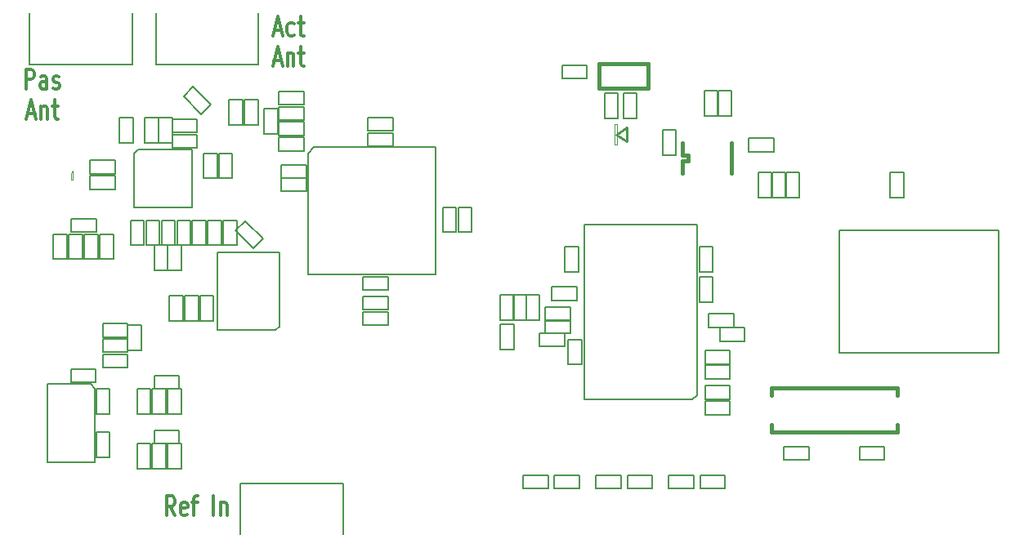
<source format=gto>
G04 (created by PCBNEW (2013-jul-07)-stable) date Пт. 06 марта 2015 16:18:19*
%MOIN*%
G04 Gerber Fmt 3.4, Leading zero omitted, Abs format*
%FSLAX34Y34*%
G01*
G70*
G90*
G04 APERTURE LIST*
%ADD10C,0.00393701*%
%ADD11C,0.012*%
%ADD12C,0.015*%
%ADD13C,0.0026*%
%ADD14C,0.01*%
%ADD15C,0.008*%
%ADD16C,0.0019685*%
%ADD17C,0.00590551*%
G04 APERTURE END LIST*
G54D10*
G54D11*
X45177Y-42351D02*
X44977Y-41970D01*
X44834Y-42351D02*
X44834Y-41551D01*
X45062Y-41551D01*
X45120Y-41589D01*
X45148Y-41627D01*
X45177Y-41703D01*
X45177Y-41818D01*
X45148Y-41894D01*
X45120Y-41932D01*
X45062Y-41970D01*
X44834Y-41970D01*
X45662Y-42313D02*
X45605Y-42351D01*
X45491Y-42351D01*
X45434Y-42313D01*
X45405Y-42237D01*
X45405Y-41932D01*
X45434Y-41856D01*
X45491Y-41818D01*
X45605Y-41818D01*
X45662Y-41856D01*
X45691Y-41932D01*
X45691Y-42008D01*
X45405Y-42084D01*
X45862Y-41818D02*
X46091Y-41818D01*
X45948Y-42351D02*
X45948Y-41665D01*
X45977Y-41589D01*
X46034Y-41551D01*
X46091Y-41551D01*
X46748Y-42351D02*
X46748Y-41551D01*
X47034Y-41818D02*
X47034Y-42351D01*
X47034Y-41894D02*
X47062Y-41856D01*
X47120Y-41818D01*
X47205Y-41818D01*
X47262Y-41856D01*
X47291Y-41932D01*
X47291Y-42351D01*
X49231Y-22536D02*
X49517Y-22536D01*
X49174Y-22764D02*
X49374Y-21964D01*
X49574Y-22764D01*
X50031Y-22726D02*
X49974Y-22764D01*
X49860Y-22764D01*
X49803Y-22726D01*
X49774Y-22688D01*
X49746Y-22612D01*
X49746Y-22383D01*
X49774Y-22307D01*
X49803Y-22269D01*
X49860Y-22231D01*
X49974Y-22231D01*
X50031Y-22269D01*
X50203Y-22231D02*
X50431Y-22231D01*
X50288Y-21964D02*
X50288Y-22650D01*
X50317Y-22726D01*
X50374Y-22764D01*
X50431Y-22764D01*
X49217Y-23776D02*
X49503Y-23776D01*
X49160Y-24004D02*
X49360Y-23204D01*
X49560Y-24004D01*
X49760Y-23471D02*
X49760Y-24004D01*
X49760Y-23547D02*
X49788Y-23509D01*
X49846Y-23471D01*
X49931Y-23471D01*
X49988Y-23509D01*
X50017Y-23585D01*
X50017Y-24004D01*
X50217Y-23471D02*
X50446Y-23471D01*
X50303Y-23204D02*
X50303Y-23890D01*
X50331Y-23966D01*
X50388Y-24004D01*
X50446Y-24004D01*
X39092Y-24930D02*
X39092Y-24130D01*
X39320Y-24130D01*
X39378Y-24168D01*
X39406Y-24206D01*
X39435Y-24282D01*
X39435Y-24396D01*
X39406Y-24472D01*
X39378Y-24511D01*
X39320Y-24549D01*
X39092Y-24549D01*
X39949Y-24930D02*
X39949Y-24511D01*
X39920Y-24434D01*
X39863Y-24396D01*
X39749Y-24396D01*
X39692Y-24434D01*
X39949Y-24892D02*
X39892Y-24930D01*
X39749Y-24930D01*
X39692Y-24892D01*
X39663Y-24815D01*
X39663Y-24739D01*
X39692Y-24663D01*
X39749Y-24625D01*
X39892Y-24625D01*
X39949Y-24587D01*
X40206Y-24892D02*
X40263Y-24930D01*
X40378Y-24930D01*
X40435Y-24892D01*
X40463Y-24815D01*
X40463Y-24777D01*
X40435Y-24701D01*
X40378Y-24663D01*
X40292Y-24663D01*
X40235Y-24625D01*
X40206Y-24549D01*
X40206Y-24511D01*
X40235Y-24434D01*
X40292Y-24396D01*
X40378Y-24396D01*
X40435Y-24434D01*
X39178Y-25941D02*
X39463Y-25941D01*
X39120Y-26170D02*
X39320Y-25370D01*
X39520Y-26170D01*
X39720Y-25636D02*
X39720Y-26170D01*
X39720Y-25712D02*
X39749Y-25674D01*
X39806Y-25636D01*
X39892Y-25636D01*
X39949Y-25674D01*
X39978Y-25751D01*
X39978Y-26170D01*
X40178Y-25636D02*
X40406Y-25636D01*
X40263Y-25370D02*
X40263Y-26055D01*
X40292Y-26132D01*
X40349Y-26170D01*
X40406Y-26170D01*
G54D12*
X69490Y-37156D02*
X69490Y-37431D01*
X69490Y-38931D02*
X69490Y-38631D01*
X74640Y-38931D02*
X74640Y-38631D01*
X74640Y-37156D02*
X74640Y-37431D01*
X74640Y-38931D02*
X69490Y-38931D01*
X74640Y-37156D02*
X69490Y-37156D01*
G54D13*
X63098Y-27204D02*
X63216Y-27204D01*
X63216Y-27204D02*
X63216Y-26378D01*
X63098Y-26378D02*
X63216Y-26378D01*
X63098Y-27204D02*
X63098Y-26378D01*
G54D14*
X63177Y-26791D02*
X63589Y-26496D01*
X63589Y-26496D02*
X63589Y-27066D01*
X63589Y-27066D02*
X63177Y-26791D01*
G54D12*
X62470Y-23915D02*
X64470Y-23915D01*
X64470Y-23915D02*
X64470Y-24915D01*
X64470Y-24915D02*
X62470Y-24915D01*
X62470Y-24915D02*
X62470Y-23915D01*
X65855Y-27635D02*
X66105Y-27635D01*
X66105Y-27635D02*
X66105Y-27885D01*
X66105Y-27885D02*
X65855Y-27885D01*
X67855Y-27135D02*
X67855Y-28385D01*
X65855Y-27135D02*
X65855Y-27635D01*
X65855Y-27885D02*
X65855Y-28385D01*
G54D15*
X69591Y-26929D02*
X69591Y-27521D01*
X69591Y-27521D02*
X68570Y-27520D01*
X68570Y-27520D02*
X68569Y-26930D01*
X68569Y-26930D02*
X69591Y-26929D01*
G54D16*
X40925Y-28366D02*
X40925Y-28641D01*
X41003Y-28287D02*
X40925Y-28366D01*
X41003Y-28287D02*
X41003Y-28641D01*
X41003Y-28641D02*
X40925Y-28641D01*
G54D17*
X43676Y-27418D02*
X43518Y-27576D01*
X45881Y-27418D02*
X45881Y-29781D01*
X43518Y-29781D02*
X45881Y-29781D01*
X45881Y-27418D02*
X43676Y-27418D01*
X43518Y-29781D02*
X43518Y-27576D01*
X43248Y-36318D02*
X43248Y-35767D01*
X42224Y-36318D02*
X42224Y-35767D01*
X43248Y-35767D02*
X42224Y-35767D01*
X42224Y-36318D02*
X43248Y-36318D01*
X70642Y-28350D02*
X70091Y-28350D01*
X70642Y-29373D02*
X70091Y-29373D01*
X70091Y-28350D02*
X70091Y-29373D01*
X70642Y-29373D02*
X70642Y-28350D01*
X70077Y-28350D02*
X69526Y-28350D01*
X70077Y-29373D02*
X69526Y-29373D01*
X69526Y-28350D02*
X69526Y-29373D01*
X70077Y-29373D02*
X70077Y-28350D01*
X69507Y-28350D02*
X68956Y-28350D01*
X69507Y-29373D02*
X68956Y-29373D01*
X68956Y-28350D02*
X68956Y-29373D01*
X69507Y-29373D02*
X69507Y-28350D01*
X74350Y-29370D02*
X74901Y-29370D01*
X74350Y-28346D02*
X74901Y-28346D01*
X74901Y-29370D02*
X74901Y-28346D01*
X74350Y-28346D02*
X74350Y-29370D01*
X74116Y-40076D02*
X74116Y-39525D01*
X73093Y-40076D02*
X73093Y-39525D01*
X74116Y-39525D02*
X73093Y-39525D01*
X73093Y-40076D02*
X74116Y-40076D01*
X70013Y-39525D02*
X70013Y-40076D01*
X71036Y-39525D02*
X71036Y-40076D01*
X70013Y-40076D02*
X71036Y-40076D01*
X71036Y-39525D02*
X70013Y-39525D01*
X66764Y-26041D02*
X67315Y-26041D01*
X66764Y-25018D02*
X67315Y-25018D01*
X67315Y-26041D02*
X67315Y-25018D01*
X66764Y-25018D02*
X66764Y-26041D01*
X67329Y-26041D02*
X67880Y-26041D01*
X67329Y-25018D02*
X67880Y-25018D01*
X67880Y-26041D02*
X67880Y-25018D01*
X67329Y-25018D02*
X67329Y-26041D01*
X65620Y-26603D02*
X65069Y-26603D01*
X65620Y-27626D02*
X65069Y-27626D01*
X65069Y-26603D02*
X65069Y-27626D01*
X65620Y-27626D02*
X65620Y-26603D01*
X63245Y-25113D02*
X62694Y-25113D01*
X63245Y-26136D02*
X62694Y-26136D01*
X62694Y-25113D02*
X62694Y-26136D01*
X63245Y-26136D02*
X63245Y-25113D01*
X64020Y-25113D02*
X63469Y-25113D01*
X64020Y-26136D02*
X63469Y-26136D01*
X63469Y-25113D02*
X63469Y-26136D01*
X64020Y-26136D02*
X64020Y-25113D01*
X60958Y-23964D02*
X60958Y-24515D01*
X61981Y-23964D02*
X61981Y-24515D01*
X60958Y-24515D02*
X61981Y-24515D01*
X61981Y-23964D02*
X60958Y-23964D01*
X67106Y-31377D02*
X66555Y-31377D01*
X67106Y-32401D02*
X66555Y-32401D01*
X66555Y-31377D02*
X66555Y-32401D01*
X67106Y-32401D02*
X67106Y-31377D01*
X67106Y-32618D02*
X66555Y-32618D01*
X67106Y-33641D02*
X66555Y-33641D01*
X66555Y-32618D02*
X66555Y-33641D01*
X67106Y-33641D02*
X67106Y-32618D01*
X66933Y-34109D02*
X66933Y-34660D01*
X67956Y-34109D02*
X67956Y-34660D01*
X66933Y-34660D02*
X67956Y-34660D01*
X67956Y-34109D02*
X66933Y-34109D01*
X67393Y-34684D02*
X67393Y-35235D01*
X68416Y-34684D02*
X68416Y-35235D01*
X67393Y-35235D02*
X68416Y-35235D01*
X68416Y-34684D02*
X67393Y-34684D01*
X66791Y-35610D02*
X66791Y-36161D01*
X67814Y-35610D02*
X67814Y-36161D01*
X66791Y-36161D02*
X67814Y-36161D01*
X67814Y-35610D02*
X66791Y-35610D01*
X66791Y-36220D02*
X66791Y-36771D01*
X67814Y-36220D02*
X67814Y-36771D01*
X66791Y-36771D02*
X67814Y-36771D01*
X67814Y-36220D02*
X66791Y-36220D01*
X66791Y-37047D02*
X66791Y-37598D01*
X67814Y-37047D02*
X67814Y-37598D01*
X66791Y-37598D02*
X67814Y-37598D01*
X67814Y-37047D02*
X66791Y-37047D01*
X67616Y-41245D02*
X67616Y-40694D01*
X66593Y-41245D02*
X66593Y-40694D01*
X67616Y-40694D02*
X66593Y-40694D01*
X66593Y-41245D02*
X67616Y-41245D01*
X66336Y-41245D02*
X66336Y-40694D01*
X65313Y-41245D02*
X65313Y-40694D01*
X66336Y-40694D02*
X65313Y-40694D01*
X65313Y-41245D02*
X66336Y-41245D01*
X64646Y-41250D02*
X64646Y-40699D01*
X63623Y-41250D02*
X63623Y-40699D01*
X64646Y-40699D02*
X63623Y-40699D01*
X63623Y-41250D02*
X64646Y-41250D01*
X63366Y-41250D02*
X63366Y-40699D01*
X62343Y-41250D02*
X62343Y-40699D01*
X63366Y-40699D02*
X62343Y-40699D01*
X62343Y-41250D02*
X63366Y-41250D01*
X61676Y-41250D02*
X61676Y-40699D01*
X60653Y-41250D02*
X60653Y-40699D01*
X61676Y-40699D02*
X60653Y-40699D01*
X60653Y-41250D02*
X61676Y-41250D01*
X60396Y-41250D02*
X60396Y-40699D01*
X59373Y-41250D02*
X59373Y-40699D01*
X60396Y-40699D02*
X59373Y-40699D01*
X59373Y-41250D02*
X60396Y-41250D01*
X61220Y-36181D02*
X61771Y-36181D01*
X61220Y-35157D02*
X61771Y-35157D01*
X61771Y-36181D02*
X61771Y-35157D01*
X61220Y-35157D02*
X61220Y-36181D01*
X61571Y-33565D02*
X61571Y-33014D01*
X60548Y-33565D02*
X60548Y-33014D01*
X61571Y-33014D02*
X60548Y-33014D01*
X60548Y-33565D02*
X61571Y-33565D01*
X61633Y-31377D02*
X61082Y-31377D01*
X61633Y-32401D02*
X61082Y-32401D01*
X61082Y-31377D02*
X61082Y-32401D01*
X61633Y-32401D02*
X61633Y-31377D01*
X41948Y-36909D02*
X41948Y-36358D01*
X40925Y-36909D02*
X40925Y-36358D01*
X41948Y-36358D02*
X40925Y-36358D01*
X40925Y-36909D02*
X41948Y-36909D01*
X43248Y-35059D02*
X43248Y-34507D01*
X42224Y-35059D02*
X42224Y-34507D01*
X43248Y-34507D02*
X42224Y-34507D01*
X42224Y-35059D02*
X43248Y-35059D01*
X42027Y-30866D02*
X41476Y-30866D01*
X42027Y-31889D02*
X41476Y-31889D01*
X41476Y-30866D02*
X41476Y-31889D01*
X42027Y-31889D02*
X42027Y-30866D01*
X44173Y-37185D02*
X43622Y-37185D01*
X44173Y-38208D02*
X43622Y-38208D01*
X43622Y-37185D02*
X43622Y-38208D01*
X44173Y-38208D02*
X44173Y-37185D01*
X44173Y-39409D02*
X43622Y-39409D01*
X44173Y-40433D02*
X43622Y-40433D01*
X43622Y-39409D02*
X43622Y-40433D01*
X44173Y-40433D02*
X44173Y-39409D01*
X40767Y-30866D02*
X40216Y-30866D01*
X40767Y-31889D02*
X40216Y-31889D01*
X40216Y-30866D02*
X40216Y-31889D01*
X40767Y-31889D02*
X40767Y-30866D01*
X49419Y-25029D02*
X49419Y-25580D01*
X50442Y-25029D02*
X50442Y-25580D01*
X49419Y-25580D02*
X50442Y-25580D01*
X50442Y-25029D02*
X49419Y-25029D01*
X44803Y-37185D02*
X44251Y-37185D01*
X44803Y-38208D02*
X44251Y-38208D01*
X44251Y-37185D02*
X44251Y-38208D01*
X44803Y-38208D02*
X44803Y-37185D01*
X44330Y-36633D02*
X44330Y-37185D01*
X45354Y-36633D02*
X45354Y-37185D01*
X44330Y-37185D02*
X45354Y-37185D01*
X45354Y-36633D02*
X44330Y-36633D01*
X45433Y-37185D02*
X44881Y-37185D01*
X45433Y-38208D02*
X44881Y-38208D01*
X44881Y-37185D02*
X44881Y-38208D01*
X45433Y-38208D02*
X45433Y-37185D01*
X44803Y-39409D02*
X44251Y-39409D01*
X44803Y-40433D02*
X44251Y-40433D01*
X44251Y-39409D02*
X44251Y-40433D01*
X44803Y-40433D02*
X44803Y-39409D01*
X44330Y-38858D02*
X44330Y-39409D01*
X45354Y-38858D02*
X45354Y-39409D01*
X44330Y-39409D02*
X45354Y-39409D01*
X45354Y-38858D02*
X44330Y-38858D01*
X45433Y-39409D02*
X44881Y-39409D01*
X45433Y-40433D02*
X44881Y-40433D01*
X44881Y-39409D02*
X44881Y-40433D01*
X45433Y-40433D02*
X45433Y-39409D01*
X41397Y-30866D02*
X40846Y-30866D01*
X41397Y-31889D02*
X40846Y-31889D01*
X40846Y-30866D02*
X40846Y-31889D01*
X41397Y-31889D02*
X41397Y-30866D01*
X40944Y-30236D02*
X40944Y-30787D01*
X41968Y-30236D02*
X41968Y-30787D01*
X40944Y-30787D02*
X41968Y-30787D01*
X41968Y-30236D02*
X40944Y-30236D01*
X49419Y-25659D02*
X49419Y-26210D01*
X50442Y-25659D02*
X50442Y-26210D01*
X49419Y-26210D02*
X50442Y-26210D01*
X50442Y-25659D02*
X49419Y-25659D01*
X49360Y-25738D02*
X48809Y-25738D01*
X49360Y-26761D02*
X48809Y-26761D01*
X48809Y-25738D02*
X48809Y-26761D01*
X49360Y-26761D02*
X49360Y-25738D01*
X49419Y-26289D02*
X49419Y-26840D01*
X50442Y-26289D02*
X50442Y-26840D01*
X49419Y-26840D02*
X50442Y-26840D01*
X50442Y-26289D02*
X49419Y-26289D01*
X43248Y-35688D02*
X43248Y-35137D01*
X42224Y-35688D02*
X42224Y-35137D01*
X43248Y-35137D02*
X42224Y-35137D01*
X42224Y-35688D02*
X43248Y-35688D01*
X42519Y-37185D02*
X41968Y-37185D01*
X42519Y-38208D02*
X41968Y-38208D01*
X41968Y-37185D02*
X41968Y-38208D01*
X42519Y-38208D02*
X42519Y-37185D01*
X43248Y-35610D02*
X43799Y-35610D01*
X43248Y-34586D02*
X43799Y-34586D01*
X43799Y-35610D02*
X43799Y-34586D01*
X43248Y-34586D02*
X43248Y-35610D01*
X48375Y-31442D02*
X48765Y-31052D01*
X47651Y-30718D02*
X48041Y-30329D01*
X48765Y-31052D02*
X48041Y-30329D01*
X47651Y-30718D02*
X48375Y-31442D01*
X56102Y-30787D02*
X56653Y-30787D01*
X56102Y-29763D02*
X56653Y-29763D01*
X56653Y-30787D02*
X56653Y-29763D01*
X56102Y-29763D02*
X56102Y-30787D01*
X41968Y-39960D02*
X42519Y-39960D01*
X41968Y-38937D02*
X42519Y-38937D01*
X42519Y-39960D02*
X42519Y-38937D01*
X41968Y-38937D02*
X41968Y-39960D01*
X66791Y-37677D02*
X66791Y-38228D01*
X67814Y-37677D02*
X67814Y-38228D01*
X66791Y-38228D02*
X67814Y-38228D01*
X67814Y-37677D02*
X66791Y-37677D01*
X61056Y-35450D02*
X61056Y-34899D01*
X60033Y-35450D02*
X60033Y-34899D01*
X61056Y-34899D02*
X60033Y-34899D01*
X60033Y-35450D02*
X61056Y-35450D01*
X61306Y-34920D02*
X61306Y-34369D01*
X60283Y-34920D02*
X60283Y-34369D01*
X61306Y-34369D02*
X60283Y-34369D01*
X60283Y-34920D02*
X61306Y-34920D01*
X61306Y-34390D02*
X61306Y-33839D01*
X60283Y-34390D02*
X60283Y-33839D01*
X61306Y-33839D02*
X60283Y-33839D01*
X60283Y-34390D02*
X61306Y-34390D01*
X58439Y-35561D02*
X58990Y-35561D01*
X58439Y-34538D02*
X58990Y-34538D01*
X58990Y-35561D02*
X58990Y-34538D01*
X58439Y-34538D02*
X58439Y-35561D01*
X58990Y-33348D02*
X58439Y-33348D01*
X58990Y-34371D02*
X58439Y-34371D01*
X58439Y-33348D02*
X58439Y-34371D01*
X58990Y-34371D02*
X58990Y-33348D01*
X59520Y-33348D02*
X58969Y-33348D01*
X59520Y-34371D02*
X58969Y-34371D01*
X58969Y-33348D02*
X58969Y-34371D01*
X59520Y-34371D02*
X59520Y-33348D01*
X60050Y-33348D02*
X59499Y-33348D01*
X60050Y-34371D02*
X59499Y-34371D01*
X59499Y-33348D02*
X59499Y-34371D01*
X60050Y-34371D02*
X60050Y-33348D01*
X56732Y-30787D02*
X57283Y-30787D01*
X56732Y-29763D02*
X57283Y-29763D01*
X57283Y-30787D02*
X57283Y-29763D01*
X56732Y-29763D02*
X56732Y-30787D01*
X53858Y-33149D02*
X53858Y-32598D01*
X52834Y-33149D02*
X52834Y-32598D01*
X53858Y-32598D02*
X52834Y-32598D01*
X52834Y-33149D02*
X53858Y-33149D01*
X53858Y-33956D02*
X53858Y-33405D01*
X52834Y-33956D02*
X52834Y-33405D01*
X53858Y-33405D02*
X52834Y-33405D01*
X52834Y-33956D02*
X53858Y-33956D01*
X53858Y-34586D02*
X53858Y-34035D01*
X52834Y-34586D02*
X52834Y-34035D01*
X53858Y-34035D02*
X52834Y-34035D01*
X52834Y-34586D02*
X53858Y-34586D01*
X53031Y-26102D02*
X53031Y-26653D01*
X54055Y-26102D02*
X54055Y-26653D01*
X53031Y-26653D02*
X54055Y-26653D01*
X54055Y-26102D02*
X53031Y-26102D01*
X53031Y-26732D02*
X53031Y-27283D01*
X54055Y-26732D02*
X54055Y-27283D01*
X53031Y-27283D02*
X54055Y-27283D01*
X54055Y-26732D02*
X53031Y-26732D01*
X50521Y-29115D02*
X50521Y-28564D01*
X49498Y-29115D02*
X49498Y-28564D01*
X50521Y-28564D02*
X49498Y-28564D01*
X49498Y-29115D02*
X50521Y-29115D01*
X50521Y-28585D02*
X50521Y-28034D01*
X49498Y-28585D02*
X49498Y-28034D01*
X50521Y-28034D02*
X49498Y-28034D01*
X49498Y-28585D02*
X50521Y-28585D01*
X49419Y-26919D02*
X49419Y-27470D01*
X50442Y-26919D02*
X50442Y-27470D01*
X49419Y-27470D02*
X50442Y-27470D01*
X50442Y-26919D02*
X49419Y-26919D01*
X48562Y-25374D02*
X48011Y-25374D01*
X48562Y-26397D02*
X48011Y-26397D01*
X48011Y-25374D02*
X48011Y-26397D01*
X48562Y-26397D02*
X48562Y-25374D01*
X47933Y-25374D02*
X47381Y-25374D01*
X47933Y-26397D02*
X47381Y-26397D01*
X47381Y-25374D02*
X47381Y-26397D01*
X47933Y-26397D02*
X47933Y-25374D01*
X46200Y-34409D02*
X46751Y-34409D01*
X46200Y-33385D02*
X46751Y-33385D01*
X46751Y-34409D02*
X46751Y-33385D01*
X46200Y-33385D02*
X46200Y-34409D01*
X45570Y-34409D02*
X46122Y-34409D01*
X45570Y-33385D02*
X46122Y-33385D01*
X46122Y-34409D02*
X46122Y-33385D01*
X45570Y-33385D02*
X45570Y-34409D01*
X44940Y-34409D02*
X45492Y-34409D01*
X44940Y-33385D02*
X45492Y-33385D01*
X45492Y-34409D02*
X45492Y-33385D01*
X44940Y-33385D02*
X44940Y-34409D01*
X47145Y-31318D02*
X47696Y-31318D01*
X47145Y-30295D02*
X47696Y-30295D01*
X47696Y-31318D02*
X47696Y-30295D01*
X47145Y-30295D02*
X47145Y-31318D01*
X42657Y-30866D02*
X42106Y-30866D01*
X42657Y-31889D02*
X42106Y-31889D01*
X42106Y-30866D02*
X42106Y-31889D01*
X42657Y-31889D02*
X42657Y-30866D01*
X45177Y-30295D02*
X44625Y-30295D01*
X45177Y-31318D02*
X44625Y-31318D01*
X44625Y-30295D02*
X44625Y-31318D01*
X45177Y-31318D02*
X45177Y-30295D01*
X44881Y-31318D02*
X44330Y-31318D01*
X44881Y-32342D02*
X44330Y-32342D01*
X44330Y-31318D02*
X44330Y-32342D01*
X44881Y-32342D02*
X44881Y-31318D01*
X44881Y-32342D02*
X45433Y-32342D01*
X44881Y-31318D02*
X45433Y-31318D01*
X45433Y-32342D02*
X45433Y-31318D01*
X44881Y-31318D02*
X44881Y-32342D01*
X43917Y-30295D02*
X43366Y-30295D01*
X43917Y-31318D02*
X43366Y-31318D01*
X43366Y-30295D02*
X43366Y-31318D01*
X43917Y-31318D02*
X43917Y-30295D01*
X45807Y-30295D02*
X45255Y-30295D01*
X45807Y-31318D02*
X45255Y-31318D01*
X45255Y-30295D02*
X45255Y-31318D01*
X45807Y-31318D02*
X45807Y-30295D01*
X44547Y-30295D02*
X43996Y-30295D01*
X44547Y-31318D02*
X43996Y-31318D01*
X43996Y-30295D02*
X43996Y-31318D01*
X44547Y-31318D02*
X44547Y-30295D01*
X47066Y-30295D02*
X46515Y-30295D01*
X47066Y-31318D02*
X46515Y-31318D01*
X46515Y-30295D02*
X46515Y-31318D01*
X47066Y-31318D02*
X47066Y-30295D01*
X46437Y-30295D02*
X45885Y-30295D01*
X46437Y-31318D02*
X45885Y-31318D01*
X45885Y-30295D02*
X45885Y-31318D01*
X46437Y-31318D02*
X46437Y-30295D01*
X46338Y-28582D02*
X46889Y-28582D01*
X46338Y-27559D02*
X46889Y-27559D01*
X46889Y-28582D02*
X46889Y-27559D01*
X46338Y-27559D02*
X46338Y-28582D01*
X46968Y-28582D02*
X47519Y-28582D01*
X46968Y-27559D02*
X47519Y-27559D01*
X47519Y-28582D02*
X47519Y-27559D01*
X46968Y-27559D02*
X46968Y-28582D01*
X42736Y-29035D02*
X42736Y-28484D01*
X41712Y-29035D02*
X41712Y-28484D01*
X42736Y-28484D02*
X41712Y-28484D01*
X41712Y-29035D02*
X42736Y-29035D01*
X42736Y-28405D02*
X42736Y-27854D01*
X41712Y-28405D02*
X41712Y-27854D01*
X42736Y-27854D02*
X41712Y-27854D01*
X41712Y-28405D02*
X42736Y-28405D01*
X42919Y-27141D02*
X43470Y-27141D01*
X42919Y-26118D02*
X43470Y-26118D01*
X43470Y-27141D02*
X43470Y-26118D01*
X42919Y-26118D02*
X42919Y-27141D01*
X43937Y-27145D02*
X44488Y-27145D01*
X43937Y-26122D02*
X44488Y-26122D01*
X44488Y-27145D02*
X44488Y-26122D01*
X43937Y-26122D02*
X43937Y-27145D01*
X44507Y-27145D02*
X45059Y-27145D01*
X44507Y-26122D02*
X45059Y-26122D01*
X45059Y-27145D02*
X45059Y-26122D01*
X44507Y-26122D02*
X44507Y-27145D01*
X45059Y-26791D02*
X45059Y-27342D01*
X46082Y-26791D02*
X46082Y-27342D01*
X45059Y-27342D02*
X46082Y-27342D01*
X46082Y-26791D02*
X45059Y-26791D01*
X45059Y-26161D02*
X45059Y-26712D01*
X46082Y-26161D02*
X46082Y-26712D01*
X45059Y-26712D02*
X46082Y-26712D01*
X46082Y-26161D02*
X45059Y-26161D01*
X50827Y-27321D02*
X50591Y-27557D01*
X55788Y-32518D02*
X55788Y-27321D01*
X55788Y-27321D02*
X50827Y-27321D01*
X50591Y-32518D02*
X55788Y-32518D01*
X50591Y-27557D02*
X50591Y-32518D01*
X45915Y-24856D02*
X45525Y-25246D01*
X46639Y-25580D02*
X46249Y-25970D01*
X45525Y-25246D02*
X46249Y-25970D01*
X46639Y-25580D02*
X45915Y-24856D01*
X66286Y-37612D02*
X66473Y-37425D01*
X61856Y-37612D02*
X61856Y-30486D01*
X66468Y-30486D02*
X61856Y-30486D01*
X61856Y-37612D02*
X66286Y-37612D01*
X66473Y-37425D02*
X66473Y-30486D01*
X41732Y-36988D02*
X41909Y-37165D01*
X39980Y-36988D02*
X41732Y-36988D01*
X41909Y-37165D02*
X41909Y-40177D01*
X39980Y-40177D02*
X39980Y-36988D01*
X41909Y-40177D02*
X39980Y-40177D01*
X72275Y-30716D02*
X72275Y-35716D01*
X72275Y-35716D02*
X78775Y-35716D01*
X78775Y-35716D02*
X78775Y-30716D01*
X78775Y-30716D02*
X72275Y-30716D01*
X49271Y-34783D02*
X49429Y-34625D01*
X46909Y-31594D02*
X46909Y-34783D01*
X46909Y-34783D02*
X49271Y-34783D01*
X49429Y-31594D02*
X46909Y-31594D01*
X49429Y-34625D02*
X49429Y-31594D01*
X52027Y-41023D02*
X52027Y-43110D01*
X47854Y-41023D02*
X52027Y-41023D01*
X47854Y-43110D02*
X47854Y-41023D01*
X39251Y-23937D02*
X39251Y-21850D01*
X43425Y-23937D02*
X39251Y-23937D01*
X43425Y-21850D02*
X43425Y-23937D01*
X44409Y-23937D02*
X44409Y-21850D01*
X48582Y-23937D02*
X44409Y-23937D01*
X48582Y-21850D02*
X48582Y-23937D01*
M02*

</source>
